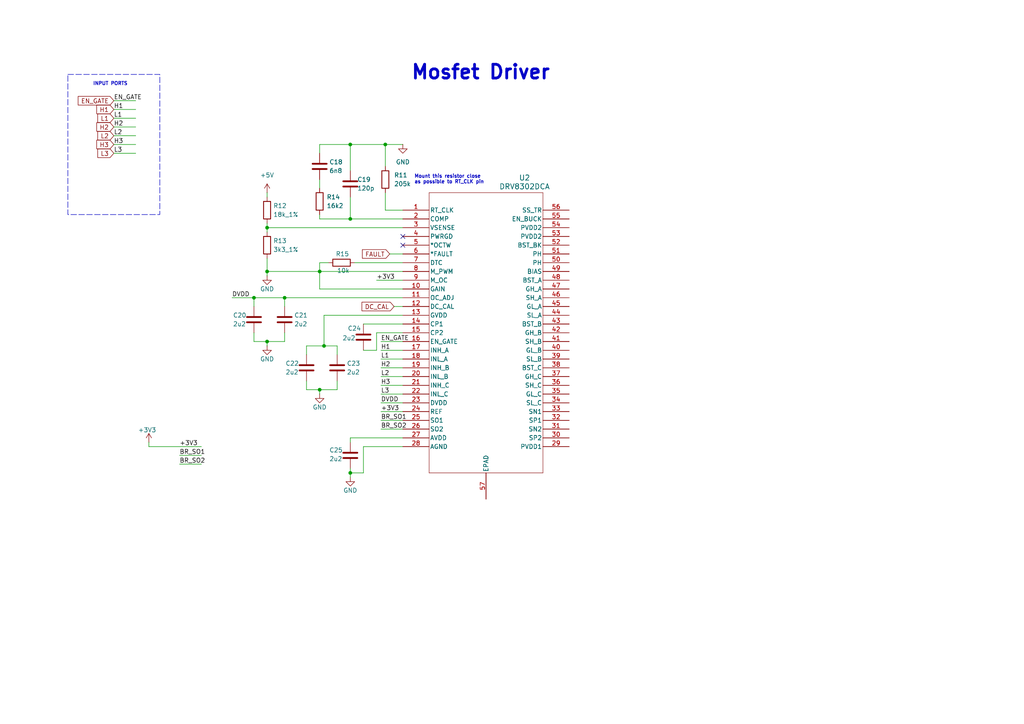
<source format=kicad_sch>
(kicad_sch (version 20231120) (generator "eeschema") (generator_version "8.0")
  (paper "A4")
  (title_block (title "Mosfet Driver") (rev "0"))
  (lib_symbols
    (symbol "DRV8302:DRV8302DCA" (pin_names (offset 0.254))
      (property "Reference" "U" (at -0.508 42.926 0))
      (property "Value" "DRV8302DCA" (at -0.508 40.386 0))
      (symbol "DRV8302DCA_0_1"
        (polyline (pts (xy -16.51 -43.18) (xy 16.51 -43.18)) (stroke (width 0.127)))
        (polyline (pts (xy -16.51 38.1) (xy -16.51 -43.18)) (stroke (width 0.127)))
        (polyline (pts (xy 16.51 -43.18) (xy 16.51 38.1)) (stroke (width 0.127)))
        (polyline (pts (xy 16.51 38.1) (xy -16.51 38.1)) (stroke (width 0.127)))
        (pin input line (at -24.13 33.02 0) (length 7.62) (name "RT_CLK") (number "1"))
        (pin output line (at -24.13 10.16 0) (length 7.62) (name "GAIN") (number "10"))
        (pin input line (at -24.13 7.62 0) (length 7.62) (name "OC_ADJ") (number "11"))
        (pin input line (at -24.13 5.08 0) (length 7.62) (name "DC_CAL") (number "12"))
        (pin power_in line (at -24.13 2.54 0) (length 7.62) (name "GVDD") (number "13"))
        (pin power_in line (at -24.13 0 0) (length 7.62) (name "CP1") (number "14"))
        (pin power_in line (at -24.13 -2.54 0) (length 7.62) (name "CP2") (number "15"))
        (pin input line (at -24.13 -5.08 0) (length 7.62) (name "EN_GATE") (number "16"))
        (pin input line (at -24.13 -7.62 0) (length 7.62) (name "INH_A") (number "17"))
        (pin input line (at -24.13 -10.16 0) (length 7.62) (name "INL_A") (number "18"))
        (pin input line (at -24.13 -12.7 0) (length 7.62) (name "INH_B") (number "19"))
        (pin output line (at -24.13 30.48 0) (length 7.62) (name "COMP") (number "2"))
        (pin input line (at -24.13 -15.24 0) (length 7.62) (name "INL_B") (number "20"))
        (pin input line (at -24.13 -17.78 0) (length 7.62) (name "INH_C") (number "21"))
        (pin input line (at -24.13 -20.32 0) (length 7.62) (name "INL_C") (number "22"))
        (pin power_in line (at -24.13 -22.86 0) (length 7.62) (name "DVDD") (number "23"))
        (pin input line (at -24.13 -25.4 0) (length 7.62) (name "REF") (number "24"))
        (pin output line (at -24.13 -27.94 0) (length 7.62) (name "SO1") (number "25"))
        (pin output line (at -24.13 -30.48 0) (length 7.62) (name "SO2") (number "26"))
        (pin power_in line (at -24.13 -33.02 0) (length 7.62) (name "AVDD") (number "27"))
        (pin power_in line (at -24.13 -35.56 0) (length 7.62) (name "AGND") (number "28"))
        (pin power_in line (at 24.13 -35.56 180) (length 7.62) (name "PVDD1") (number "29"))
        (pin input line (at -24.13 27.94 0) (length 7.62) (name "VSENSE") (number "3"))
        (pin input line (at 24.13 -33.02 180) (length 7.62) (name "SP2") (number "30"))
        (pin input line (at 24.13 -30.48 180) (length 7.62) (name "SN2") (number "31"))
        (pin input line (at 24.13 -27.94 180) (length 7.62) (name "SP1") (number "32"))
        (pin input line (at 24.13 -25.4 180) (length 7.62) (name "SN1") (number "33"))
        (pin input line (at 24.13 -22.86 180) (length 7.62) (name "SL_C") (number "34"))
        (pin output line (at 24.13 -20.32 180) (length 7.62) (name "GL_C") (number "35"))
        (pin input line (at 24.13 -17.78 180) (length 7.62) (name "SH_C") (number "36"))
        (pin output line (at 24.13 -15.24 180) (length 7.62) (name "GH_C") (number "37"))
        (pin power_in line (at 24.13 -12.7 180) (length 7.62) (name "BST_C") (number "38"))
        (pin input line (at 24.13 -10.16 180) (length 7.62) (name "SL_B") (number "39"))
        (pin input line (at -24.13 25.4 0) (length 7.62) (name "PWRGD") (number "4"))
        (pin output line (at 24.13 -7.62 180) (length 7.62) (name "GL_B") (number "40"))
        (pin input line (at 24.13 -5.08 180) (length 7.62) (name "SH_B") (number "41"))
        (pin output line (at 24.13 -2.54 180) (length 7.62) (name "GH_B") (number "42"))
        (pin power_in line (at 24.13 0 180) (length 7.62) (name "BST_B") (number "43"))
        (pin input line (at 24.13 2.54 180) (length 7.62) (name "SL_A") (number "44"))
        (pin output line (at 24.13 5.08 180) (length 7.62) (name "GL_A") (number "45"))
        (pin input line (at 24.13 7.62 180) (length 7.62) (name "SH_A") (number "46"))
        (pin output line (at 24.13 10.16 180) (length 7.62) (name "GH_A") (number "47"))
        (pin power_in line (at 24.13 12.7 180) (length 7.62) (name "BST_A") (number "48"))
        (pin input line (at 24.13 15.24 180) (length 7.62) (name "BIAS") (number "49"))
        (pin output line (at -24.13 22.86 0) (length 7.62) (name "*OCTW") (number "5"))
        (pin output line (at 24.13 17.78 180) (length 7.62) (name "PH") (number "50"))
        (pin output line (at 24.13 20.32 180) (length 7.62) (name "PH") (number "51"))
        (pin power_in line (at 24.13 22.86 180) (length 7.62) (name "BST_BK") (number "52"))
        (pin power_in line (at 24.13 25.4 180) (length 7.62) (name "PVDD2") (number "53"))
        (pin power_in line (at 24.13 27.94 180) (length 7.62) (name "PVDD2") (number "54"))
        (pin input line (at 24.13 30.48 180) (length 7.62) (name "EN_BUCK") (number "55"))
        (pin input line (at 24.13 33.02 180) (length 7.62) (name "SS_TR") (number "56"))
        (pin unspecified line (at 0 -50.8 90) (length 7.62) (name "EPAD") (number "57"))
        (pin output line (at -24.13 20.32 0) (length 7.62) (name "*FAULT") (number "6"))
        (pin input line (at -24.13 17.78 0) (length 7.62) (name "DTC") (number "7"))
        (pin input line (at -24.13 15.24 0) (length 7.62) (name "M_PWM") (number "8"))
        (pin input line (at -24.13 12.7 0) (length 7.62) (name "M_OC") (number "9"))
      )
    )
    (symbol "Device:C" (pin_numbers hide) (pin_names (offset 0.254))
      (property "Reference" "C" (at 0.635 2.54 0))
      (property "Value" "C" (at 0.635 -2.54 0))
      (symbol "C_0_1"
        (polyline (pts (xy -2.032 -0.762) (xy 2.032 -0.762)) (stroke (width 0.508)))
        (polyline (pts (xy -2.032 0.762) (xy 2.032 0.762)) (stroke (width 0.508)))
      )
      (symbol "C_1_1"
        (pin passive line (at 0 3.81 270) (length 2.794) (name "~") (number "1"))
        (pin passive line (at 0 -3.81 90) (length 2.794) (name "~") (number "2"))
      )
    )
    (symbol "Device:R" (pin_numbers hide) (pin_names (offset 0))
      (property "Reference" "R" (at 2.032 0 90))
      (property "Value" "R" (at 0 0 90))
      (symbol "R_0_1"
        (rectangle (start -1.016 -2.54) (end 1.016 2.54) (stroke (width 0.254)))
      )
      (symbol "R_1_1"
        (pin passive line (at 0 3.81 270) (length 1.27) (name "~") (number "1"))
        (pin passive line (at 0 -3.81 90) (length 1.27) (name "~") (number "2"))
      )
    )
    (symbol "power:+3V3" (power) (pin_numbers hide) (pin_names (offset 0) hide)
      (property "Value" "+3V3" (at 0 3.556 0))
      (symbol "+3V3_0_1"
        (polyline (pts (xy -0.762 1.27) (xy 0 2.54)))
        (polyline (pts (xy 0 0) (xy 0 2.54)))
        (polyline (pts (xy 0 2.54) (xy 0.762 1.27)))
      )
      (symbol "+3V3_1_1"
        (pin power_in line (at 0 0 90) (length 0) (name "~") (number "1"))
      )
    )
    (symbol "power:+5V" (power) (pin_numbers hide) (pin_names (offset 0) hide)
      (property "Value" "+5V" (at 0 3.556 0))
      (symbol "+5V_0_1"
        (polyline (pts (xy -0.762 1.27) (xy 0 2.54)))
        (polyline (pts (xy 0 0) (xy 0 2.54)))
        (polyline (pts (xy 0 2.54) (xy 0.762 1.27)))
      )
      (symbol "+5V_1_1"
        (pin power_in line (at 0 0 90) (length 0) (name "~") (number "1"))
      )
    )
    (symbol "power:GND" (power) (pin_numbers hide) (pin_names (offset 0) hide)
      (property "Value" "GND" (at 0 -3.81 0))
      (symbol "GND_0_1"
        (polyline (pts (xy 0 0) (xy 0 -1.27) (xy 1.27 -1.27) (xy 0 -2.54) (xy -1.27 -1.27) (xy 0 -1.27)))
      )
      (symbol "GND_1_1"
        (pin power_in line (at 0 0 270) (length 0) (name "~") (number "1"))
      )
    )
  )
  (junction (at 77.47 66.04))
  (junction (at 101.6 63.5))
  (junction (at 111.76 41.91))
  (junction (at 77.47 99.06))
  (junction (at 82.55 86.36))
  (junction (at 101.6 137.16))
  (junction (at 92.71 113.03))
  (junction (at 93.98 100.33))
  (junction (at 92.71 78.74))
  (junction (at 101.6 41.91))
  (junction (at 77.47 78.74))
  (junction (at 73.66 86.36))
  (no_connect (at 116.84 71.12))
  (no_connect (at 116.84 68.58))
  (wire (pts (xy 116.84 78.74) (xy 92.71 78.74)))
  (wire (pts (xy 105.41 129.54) (xy 105.41 137.16)))
  (wire (pts (xy 77.47 55.88) (xy 77.47 57.15)))
  (wire (pts (xy 33.02 29.21) (xy 39.37 29.21)))
  (wire (pts (xy 77.47 66.04) (xy 116.84 66.04)))
  (wire (pts (xy 33.02 39.37) (xy 39.37 39.37)))
  (wire (pts (xy 43.18 129.54) (xy 58.42 129.54)))
  (wire (pts (xy 116.84 129.54) (xy 105.41 129.54)))
  (wire (pts (xy 110.49 124.46) (xy 116.84 124.46)))
  (wire (pts (xy 92.71 63.5) (xy 92.71 62.23)))
  (wire (pts (xy 93.98 91.44) (xy 93.98 100.33)))
  (wire (pts (xy 102.87 76.2) (xy 116.84 76.2)))
  (wire (pts (xy 95.25 76.2) (xy 92.71 76.2)))
  (wire (pts (xy 77.47 99.06) (xy 77.47 100.33)))
  (wire (pts (xy 97.79 100.33) (xy 97.79 102.87)))
  (wire (pts (xy 101.6 57.15) (xy 101.6 63.5)))
  (wire (pts (xy 114.3 88.9) (xy 116.84 88.9)))
  (wire (pts (xy 88.9 100.33) (xy 88.9 102.87)))
  (wire (pts (xy 93.98 91.44) (xy 116.84 91.44)))
  (wire (pts (xy 110.49 106.68) (xy 116.84 106.68)))
  (wire (pts (xy 111.76 60.96) (xy 116.84 60.96)))
  (wire (pts (xy 110.49 114.3) (xy 116.84 114.3)))
  (wire (pts (xy 111.76 60.96) (xy 111.76 55.88)))
  (wire (pts (xy 109.22 96.52) (xy 116.84 96.52)))
  (wire (pts (xy 77.47 78.74) (xy 77.47 74.93)))
  (wire (pts (xy 92.71 41.91) (xy 101.6 41.91)))
  (wire (pts (xy 43.18 128.27) (xy 43.18 129.54)))
  (wire (pts (xy 105.41 101.6) (xy 109.22 101.6)))
  (wire (pts (xy 73.66 86.36) (xy 82.55 86.36)))
  (wire (pts (xy 92.71 44.45) (xy 92.71 41.91)))
  (wire (pts (xy 92.71 76.2) (xy 92.71 78.74)))
  (wire (pts (xy 77.47 64.77) (xy 77.47 66.04)))
  (wire (pts (xy 113.03 73.66) (xy 116.84 73.66)))
  (wire (pts (xy 82.55 99.06) (xy 77.47 99.06)))
  (wire (pts (xy 110.49 104.14) (xy 116.84 104.14)))
  (wire (pts (xy 93.98 100.33) (xy 97.79 100.33)))
  (wire (pts (xy 101.6 63.5) (xy 92.71 63.5)))
  (wire (pts (xy 77.47 66.04) (xy 77.47 67.31)))
  (wire (pts (xy 92.71 78.74) (xy 92.71 83.82)))
  (wire (pts (xy 110.49 101.6) (xy 116.84 101.6)))
  (wire (pts (xy 33.02 36.83) (xy 39.37 36.83)))
  (wire (pts (xy 109.22 101.6) (xy 109.22 96.52)))
  (wire (pts (xy 88.9 110.49) (xy 88.9 113.03)))
  (wire (pts (xy 33.02 41.91) (xy 39.37 41.91)))
  (wire (pts (xy 111.76 48.26) (xy 111.76 41.91)))
  (wire (pts (xy 52.07 132.08) (xy 58.42 132.08)))
  (wire (pts (xy 73.66 96.52) (xy 73.66 99.06)))
  (wire (pts (xy 92.71 113.03) (xy 92.71 114.3)))
  (wire (pts (xy 105.41 93.98) (xy 116.84 93.98)))
  (wire (pts (xy 92.71 52.07) (xy 92.71 54.61)))
  (wire (pts (xy 105.41 137.16) (xy 101.6 137.16)))
  (wire (pts (xy 77.47 78.74) (xy 92.71 78.74)))
  (wire (pts (xy 82.55 86.36) (xy 82.55 88.9)))
  (wire (pts (xy 101.6 41.91) (xy 111.76 41.91)))
  (wire (pts (xy 77.47 80.01) (xy 77.47 78.74)))
  (wire (pts (xy 88.9 100.33) (xy 93.98 100.33)))
  (wire (pts (xy 101.6 49.53) (xy 101.6 41.91)))
  (wire (pts (xy 77.47 99.06) (xy 73.66 99.06)))
  (wire (pts (xy 33.02 44.45) (xy 39.37 44.45)))
  (wire (pts (xy 110.49 119.38) (xy 116.84 119.38)))
  (wire (pts (xy 52.07 134.62) (xy 58.42 134.62)))
  (wire (pts (xy 110.49 116.84) (xy 116.84 116.84)))
  (wire (pts (xy 116.84 63.5) (xy 101.6 63.5)))
  (wire (pts (xy 92.71 83.82) (xy 116.84 83.82)))
  (wire (pts (xy 67.31 86.36) (xy 73.66 86.36)))
  (wire (pts (xy 97.79 110.49) (xy 97.79 113.03)))
  (wire (pts (xy 116.84 127) (xy 101.6 127)))
  (wire (pts (xy 73.66 86.36) (xy 73.66 88.9)))
  (wire (pts (xy 33.02 31.75) (xy 39.37 31.75)))
  (wire (pts (xy 82.55 86.36) (xy 116.84 86.36)))
  (wire (pts (xy 97.79 113.03) (xy 92.71 113.03)))
  (wire (pts (xy 110.49 109.22) (xy 116.84 109.22)))
  (wire (pts (xy 109.22 81.28) (xy 116.84 81.28)))
  (wire (pts (xy 110.49 111.76) (xy 116.84 111.76)))
  (wire (pts (xy 101.6 137.16) (xy 101.6 138.43)))
  (wire (pts (xy 111.76 41.91) (xy 116.84 41.91)))
  (wire (pts (xy 92.71 113.03) (xy 88.9 113.03)))
  (wire (pts (xy 33.02 34.29) (xy 39.37 34.29)))
  (wire (pts (xy 101.6 135.89) (xy 101.6 137.16)))
  (wire (pts (xy 110.49 121.92) (xy 116.84 121.92)))
  (wire (pts (xy 101.6 127) (xy 101.6 128.27)))
  (wire (pts (xy 82.55 96.52) (xy 82.55 99.06)))
  (wire (pts (xy 110.49 99.06) (xy 116.84 99.06)))
  (rectangle (start 19.685 21.59) (end 46.355 62.23) (stroke (width 0) (type dash)))
  (text "Mount this resistor close \nas possible to RT_CLK pin" (at 120.142 52.07 0) (effects (font (size 1 1) (bold yes)) (justify left)))
  (text "INPUT PORTS" (at 32.004 24.384 0) (effects (font (size 1 1) (thickness 0.2) (bold yes))))
  (text "${TITLE}" (at 139.446 21.082 0) (effects (font (size 4 4) (thickness 0.8) (bold yes))))
  (label "L3" (at 110.49 114.3 0))
  (label "H1" (at 33.02 31.75 0))
  (label "BR_SO2" (at 110.49 124.46 0))
  (label "EN_GATE" (at 110.49 99.06 0))
  (label "H2" (at 33.02 36.83 0))
  (label "BR_SO2" (at 52.07 134.62 0))
  (label "DVDD" (at 67.31 86.36 0))
  (label "BR_SO1" (at 52.07 132.08 0))
  (label "H1" (at 110.49 101.6 0))
  (label "DVDD" (at 110.49 116.84 0))
  (label "L1" (at 110.49 104.14 0))
  (label "BR_SO1" (at 110.49 121.92 0))
  (label "L1" (at 33.02 34.29 0))
  (label "L3" (at 33.02 44.45 0))
  (label "H3" (at 110.49 111.76 0))
  (label "+3V3" (at 109.22 81.28 0))
  (label "H2" (at 110.49 106.68 0))
  (label "L2" (at 110.49 109.22 0))
  (label "L2" (at 33.02 39.37 0))
  (label "+3V3" (at 52.07 129.54 0))
  (label "+3V3" (at 110.49 119.38 0))
  (label "EN_GATE" (at 33.02 29.21 0))
  (label "H3" (at 33.02 41.91 0))
  (global_label "H1" (shape input) (at 33.02 31.75 180) (property "Intersheetrefs" "${INTERSHEET_REFS}" (effects (hide yes))))
  (global_label "H2" (shape input) (at 33.02 36.83 180) (property "Intersheetrefs" "${INTERSHEET_REFS}" (effects (hide yes))))
  (global_label "L2" (shape input) (at 33.02 39.37 180) (property "Intersheetrefs" "${INTERSHEET_REFS}" (effects (hide yes))))
  (global_label "FAULT" (shape input) (at 113.03 73.66 180) (property "Intersheetrefs" "${INTERSHEET_REFS}" (effects (hide yes))))
  (global_label "EN_GATE" (shape input) (at 33.02 29.21 180) (property "Intersheetrefs" "${INTERSHEET_REFS}" (effects (hide yes))))
  (global_label "L3" (shape input) (at 33.02 44.45 180) (property "Intersheetrefs" "${INTERSHEET_REFS}" (effects (hide yes))))
  (global_label "H3" (shape input) (at 33.02 41.91 180) (property "Intersheetrefs" "${INTERSHEET_REFS}" (effects (hide yes))))
  (global_label "DC_CAL" (shape input) (at 114.3 88.9 180) (property "Intersheetrefs" "${INTERSHEET_REFS}" (effects (hide yes))))
  (global_label "L1" (shape input) (at 33.02 34.29 180) (property "Intersheetrefs" "${INTERSHEET_REFS}" (effects (hide yes))))
  (symbol (lib_id "Device:R") (at 77.47 60.96 0) (unit 1)
    (property "Reference" "R12" (at 79.248 59.69 0) (effects (justify left)))
    (property "Value" "18k_1%" (at 79.248 62.23 0) (effects (justify left)))
    (property "Description" "Resistor 1%" (effects (hide yes)))
  )
  (symbol (lib_id "Device:C") (at 82.55 92.71 0) (unit 1)
    (property "Reference" "C21" (at 85.344 91.44 0) (effects (justify left)))
    (property "Value" "2u2" (at 85.344 93.98 0) (effects (justify left)))
    (property "Description" "Unpolarized capacitor" (effects (hide yes)))
  )
  (symbol (lib_id "DRV8302:DRV8302DCA") (at 140.97 93.98 0) (unit 1)
    (property "Reference" "U2" (at 152.146 51.562 0) (effects (font (size 1.524 1.524))))
    (property "Value" "DRV8302DCA" (at 152.146 54.102 0) (effects (font (size 1.524 1.524))))
    (property "Footprint" "DCA56_6P35X3P61" (effects (hide yes)))
    (property "Datasheet" "DRV8302DCA" (effects (hide yes)))
  )
  (symbol (lib_id "power:+3V3") (at 43.18 128.27 0) (unit 1)
    (property "Reference" "#PWR033" (effects (hide yes)))
    (property "Value" "+3V3" (at 42.672 124.714 0))
    (property "Description" "Power symbol creates a global label with name \"+3V3\"" (effects (hide yes)))
  )
  (symbol (lib_id "Device:C") (at 92.71 48.26 0) (unit 1)
    (property "Reference" "C18" (at 95.504 46.99 0) (effects (justify left)))
    (property "Value" "6n8" (at 95.504 49.53 0) (effects (justify left)))
    (property "Description" "Unpolarized capacitor" (effects (hide yes)))
  )
  (symbol (lib_id "Device:C") (at 88.9 106.68 0) (unit 1)
    (property "Reference" "C22" (at 82.804 105.41 0) (effects (justify left)))
    (property "Value" "2u2" (at 82.804 107.95 0) (effects (justify left)))
    (property "Description" "Unpolarized capacitor" (effects (hide yes)))
  )
  (symbol (lib_id "Device:C") (at 101.6 53.34 0) (unit 1)
    (property "Reference" "C19" (at 103.632 52.07 0) (effects (justify left)))
    (property "Value" "120p" (at 103.632 54.61 0) (effects (justify left)))
    (property "Description" "Unpolarized capacitor" (effects (hide yes)))
  )
  (symbol (lib_id "power:GND") (at 116.84 41.91 0) (unit 1)
    (property "Reference" "#PWR027" (effects (hide yes)))
    (property "Value" "GND" (at 116.84 46.99 0))
    (property "Description" "Power symbol creates a global label with name \"GND\" , ground" (effects (hide yes)))
  )
  (symbol (lib_id "power:GND") (at 92.71 114.3 0) (unit 1)
    (property "Reference" "#PWR031" (effects (hide yes)))
    (property "Value" "GND" (at 92.71 118.11 0))
    (property "Description" "Power symbol creates a global label with name \"GND\" , ground" (effects (hide yes)))
  )
  (symbol (lib_id "Device:C") (at 73.66 92.71 0) (unit 1)
    (property "Reference" "C20" (at 67.564 91.44 0) (effects (justify left)))
    (property "Value" "2u2" (at 67.564 93.98 0) (effects (justify left)))
    (property "Description" "Unpolarized capacitor" (effects (hide yes)))
  )
  (symbol (lib_id "power:GND") (at 101.6 138.43 0) (unit 1)
    (property "Reference" "#PWR032" (effects (hide yes)))
    (property "Value" "GND" (at 101.6 142.24 0))
    (property "Description" "Power symbol creates a global label with name \"GND\" , ground" (effects (hide yes)))
  )
  (symbol (lib_id "Device:R") (at 77.47 71.12 0) (unit 1)
    (property "Reference" "R13" (at 79.248 69.85 0) (effects (justify left)))
    (property "Value" "3k3_1%" (at 79.248 72.39 0) (effects (justify left)))
    (property "Description" "Resistor 1%" (effects (hide yes)))
  )
  (symbol (lib_id "power:GND") (at 77.47 100.33 0) (unit 1)
    (property "Reference" "#PWR030" (effects (hide yes)))
    (property "Value" "GND" (at 77.47 104.14 0))
    (property "Description" "Power symbol creates a global label with name \"GND\" , ground" (effects (hide yes)))
  )
  (symbol (lib_id "power:+5V") (at 77.47 55.88 0) (unit 1)
    (property "Reference" "#PWR028" (effects (hide yes)))
    (property "Value" "+5V" (at 77.47 50.8 0))
    (property "Description" "Power symbol creates a global label with name \"+5V\"" (effects (hide yes)))
  )
  (symbol (lib_id "Device:C") (at 105.41 97.79 0) (unit 1)
    (property "Reference" "C24" (at 100.838 95.25 0) (effects (justify left)))
    (property "Value" "2u2" (at 99.314 98.044 0) (effects (justify left)))
    (property "Description" "Unpolarized capacitor" (effects (hide yes)))
  )
  (symbol (lib_id "Device:R") (at 99.06 76.2 90) (unit 1)
    (property "Reference" "R15" (at 99.314 73.66 90))
    (property "Value" "10k" (at 99.568 78.486 90))
    (property "Description" "Resistor" (effects (hide yes)))
  )
  (symbol (lib_id "Device:R") (at 111.76 52.07 0) (unit 1)
    (property "Reference" "R11" (at 114.3 50.7999 0) (effects (justify left)))
    (property "Value" "205k" (at 114.3 53.3399 0) (effects (justify left)))
    (property "Description" "Resistor" (effects (hide yes)))
  )
  (symbol (lib_id "Device:C") (at 97.79 106.68 0) (unit 1)
    (property "Reference" "C23" (at 100.584 105.41 0) (effects (justify left)))
    (property "Value" "2u2" (at 100.584 107.95 0) (effects (justify left)))
    (property "Description" "Unpolarized capacitor" (effects (hide yes)))
  )
  (symbol (lib_id "power:GND") (at 77.47 80.01 0) (unit 1)
    (property "Reference" "#PWR029" (effects (hide yes)))
    (property "Value" "GND" (at 77.47 83.82 0))
    (property "Description" "Power symbol creates a global label with name \"GND\" , ground" (effects (hide yes)))
  )
  (symbol (lib_id "Device:R") (at 92.71 58.42 0) (unit 1)
    (property "Reference" "R14" (at 94.742 57.15 0) (effects (justify left)))
    (property "Value" "16k2" (at 94.742 59.69 0) (effects (justify left)))
    (property "Description" "Resistor" (effects (hide yes)))
  )
  (symbol (lib_id "Device:C") (at 101.6 132.08 0) (unit 1)
    (property "Reference" "C25" (at 95.504 130.556 0) (effects (justify left)))
    (property "Value" "2u2" (at 95.504 133.096 0) (effects (justify left)))
    (property "Description" "Unpolarized capacitor" (effects (hide yes)))
  )
)
</source>
